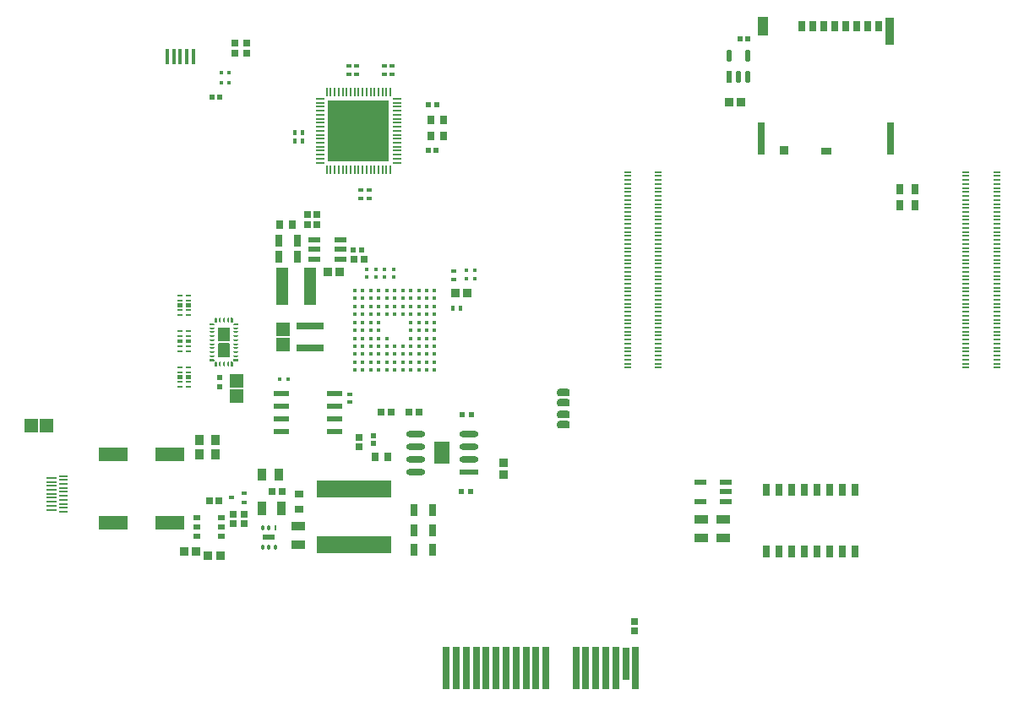
<source format=gtp>
G04*
G04 #@! TF.GenerationSoftware,Altium Limited,Altium Designer,21.6.4 (81)*
G04*
G04 Layer_Color=8421504*
%FSLAX44Y44*%
%MOMM*%
G71*
G04*
G04 #@! TF.SameCoordinates,E15A89DD-22D2-431C-B3A5-9EEC7F9F13BC*
G04*
G04*
G04 #@! TF.FilePolarity,Positive*
G04*
G01*
G75*
%ADD22R,1.6123X2.2523*%
%ADD23R,1.2154X0.6154*%
%ADD24R,0.7600X1.2500*%
%ADD25R,0.5000X0.4000*%
%ADD26R,0.7500X1.0000*%
%ADD27R,0.9000X0.8000*%
%ADD28R,0.5100X0.4000*%
%ADD29R,1.1500X0.6000*%
%ADD30R,1.4000X0.9500*%
%ADD31R,0.5500X0.5500*%
%ADD32R,2.8500X1.4000*%
%ADD33R,0.9582X1.0061*%
%ADD34R,1.4562X1.3781*%
%ADD35R,1.3781X1.4562*%
%ADD36C,0.1800*%
G04:AMPARAMS|DCode=37|XSize=0.2mm|YSize=0.5mm|CornerRadius=0.05mm|HoleSize=0mm|Usage=FLASHONLY|Rotation=180.000|XOffset=0mm|YOffset=0mm|HoleType=Round|Shape=RoundedRectangle|*
%AMROUNDEDRECTD37*
21,1,0.2000,0.4000,0,0,180.0*
21,1,0.1000,0.5000,0,0,180.0*
1,1,0.1000,-0.0500,0.2000*
1,1,0.1000,0.0500,0.2000*
1,1,0.1000,0.0500,-0.2000*
1,1,0.1000,-0.0500,-0.2000*
%
%ADD37ROUNDEDRECTD37*%
G04:AMPARAMS|DCode=38|XSize=0.5mm|YSize=0.2mm|CornerRadius=0.05mm|HoleSize=0mm|Usage=FLASHONLY|Rotation=180.000|XOffset=0mm|YOffset=0mm|HoleType=Round|Shape=RoundedRectangle|*
%AMROUNDEDRECTD38*
21,1,0.5000,0.1000,0,0,180.0*
21,1,0.4000,0.2000,0,0,180.0*
1,1,0.1000,-0.2000,0.0500*
1,1,0.1000,0.2000,0.0500*
1,1,0.1000,0.2000,-0.0500*
1,1,0.1000,-0.2000,-0.0500*
%
%ADD38ROUNDEDRECTD38*%
G04:AMPARAMS|DCode=39|XSize=0.565mm|YSize=0.2mm|CornerRadius=0.05mm|HoleSize=0mm|Usage=FLASHONLY|Rotation=0.000|XOffset=0mm|YOffset=0mm|HoleType=Round|Shape=RoundedRectangle|*
%AMROUNDEDRECTD39*
21,1,0.5650,0.1000,0,0,0.0*
21,1,0.4650,0.2000,0,0,0.0*
1,1,0.1000,0.2325,-0.0500*
1,1,0.1000,-0.2325,-0.0500*
1,1,0.1000,-0.2325,0.0500*
1,1,0.1000,0.2325,0.0500*
%
%ADD39ROUNDEDRECTD39*%
%ADD40R,1.0000X0.2300*%
%ADD41R,0.8500X0.2300*%
%ADD42R,0.7000X0.6500*%
%ADD43R,1.5500X0.6000*%
%ADD44R,0.7000X0.2000*%
G04:AMPARAMS|DCode=45|XSize=0.762mm|YSize=1.27mm|CornerRadius=0.1905mm|HoleSize=0mm|Usage=FLASHONLY|Rotation=90.000|XOffset=0mm|YOffset=0mm|HoleType=Round|Shape=RoundedRectangle|*
%AMROUNDEDRECTD45*
21,1,0.7620,0.8890,0,0,90.0*
21,1,0.3810,1.2700,0,0,90.0*
1,1,0.3810,0.4445,0.1905*
1,1,0.3810,0.4445,-0.1905*
1,1,0.3810,-0.4445,-0.1905*
1,1,0.3810,-0.4445,0.1905*
%
%ADD45ROUNDEDRECTD45*%
%ADD46R,0.9000X0.9300*%
%ADD47R,1.0500X0.7800*%
%ADD48R,1.1400X1.8300*%
%ADD49R,0.7000X3.3000*%
%ADD50R,0.8600X2.8000*%
%ADD51R,0.7000X1.1000*%
%ADD52R,0.8000X0.5500*%
G04:AMPARAMS|DCode=53|XSize=1.2196mm|YSize=0.5885mm|CornerRadius=0.2942mm|HoleSize=0mm|Usage=FLASHONLY|Rotation=90.000|XOffset=0mm|YOffset=0mm|HoleType=Round|Shape=RoundedRectangle|*
%AMROUNDEDRECTD53*
21,1,1.2196,0.0000,0,0,90.0*
21,1,0.6311,0.5885,0,0,90.0*
1,1,0.5885,0.0000,0.3156*
1,1,0.5885,0.0000,-0.3156*
1,1,0.5885,0.0000,-0.3156*
1,1,0.5885,0.0000,0.3156*
%
%ADD53ROUNDEDRECTD53*%
%ADD54R,0.5885X1.2196*%
%ADD55R,0.5153X0.4725*%
%ADD56R,0.9051X0.9062*%
%ADD57C,0.4500*%
%ADD58R,2.7000X0.8000*%
%ADD59O,0.2000X0.9500*%
%ADD60O,0.9500X0.2000*%
%ADD61R,0.4500X0.4500*%
%ADD62R,0.4000X0.5000*%
%ADD63R,0.9500X1.4500*%
%ADD64R,0.4500X0.4500*%
%ADD65R,0.7200X0.7200*%
%ADD66R,0.2925X0.5561*%
%ADD67R,0.7112X4.1910*%
%ADD68R,0.6500X0.6500*%
G04:AMPARAMS|DCode=69|XSize=0.5561mm|YSize=0.2925mm|CornerRadius=0.1462mm|HoleSize=0mm|Usage=FLASHONLY|Rotation=270.000|XOffset=0mm|YOffset=0mm|HoleType=Round|Shape=RoundedRectangle|*
%AMROUNDEDRECTD69*
21,1,0.5561,0.0000,0,0,270.0*
21,1,0.2636,0.2925,0,0,270.0*
1,1,0.2925,0.0000,-0.1318*
1,1,0.2925,0.0000,0.1318*
1,1,0.2925,0.0000,0.1318*
1,1,0.2925,0.0000,-0.1318*
%
%ADD69ROUNDEDRECTD69*%
%ADD70R,7.5000X1.8000*%
%ADD71R,0.7000X1.3000*%
%ADD72R,0.9062X0.9051*%
G04:AMPARAMS|DCode=73|XSize=1.9296mm|YSize=0.6121mm|CornerRadius=0.3061mm|HoleSize=0mm|Usage=FLASHONLY|Rotation=180.000|XOffset=0mm|YOffset=0mm|HoleType=Round|Shape=RoundedRectangle|*
%AMROUNDEDRECTD73*
21,1,1.9296,0.0000,0,0,180.0*
21,1,1.3175,0.6121,0,0,180.0*
1,1,0.6121,-0.6588,0.0000*
1,1,0.6121,0.6588,0.0000*
1,1,0.6121,0.6588,0.0000*
1,1,0.6121,-0.6588,0.0000*
%
%ADD73ROUNDEDRECTD73*%
%ADD74R,0.4000X1.5000*%
%ADD75R,0.6500X0.7000*%
%ADD76R,0.8000X0.9000*%
%ADD77R,0.5200X0.5200*%
G04:AMPARAMS|DCode=78|XSize=0.55mm|YSize=0.5mm|CornerRadius=0.0625mm|HoleSize=0mm|Usage=FLASHONLY|Rotation=270.000|XOffset=0mm|YOffset=0mm|HoleType=Round|Shape=RoundedRectangle|*
%AMROUNDEDRECTD78*
21,1,0.5500,0.3750,0,0,270.0*
21,1,0.4250,0.5000,0,0,270.0*
1,1,0.1250,-0.1875,-0.2125*
1,1,0.1250,-0.1875,0.2125*
1,1,0.1250,0.1875,0.2125*
1,1,0.1250,0.1875,-0.2125*
%
%ADD78ROUNDEDRECTD78*%
%ADD79R,0.6682X0.6725*%
%ADD80R,6.2000X6.2000*%
%ADD81R,0.6000X0.5500*%
%ADD82R,0.7581X0.8121*%
%ADD83R,0.7121X0.7811*%
%ADD84R,0.8065X1.3082*%
%ADD85R,1.9296X0.6121*%
%ADD86R,0.4725X0.4682*%
%ADD87R,0.7500X0.9000*%
%ADD88R,1.2000X3.7000*%
%ADD89R,0.7112X3.3000*%
G36*
X200783Y355724D02*
X200924Y355583D01*
X201000Y355399D01*
Y355300D01*
Y352700D01*
Y352601D01*
X200924Y352417D01*
X200783Y352276D01*
X200599Y352200D01*
X195751D01*
X195567Y352276D01*
X195426Y352417D01*
X195350Y352601D01*
Y352700D01*
Y355300D01*
Y355399D01*
X195426Y355583D01*
X195567Y355724D01*
X195751Y355800D01*
X200599D01*
X200783Y355724D01*
D02*
G37*
G36*
X192433D02*
X192574Y355583D01*
X192650Y355399D01*
Y355300D01*
Y352700D01*
Y352601D01*
X192574Y352417D01*
X192433Y352276D01*
X192249Y352200D01*
X187400D01*
X187217Y352276D01*
X187076Y352417D01*
X187000Y352601D01*
Y352700D01*
Y355300D01*
Y355399D01*
X187076Y355583D01*
X187217Y355724D01*
X187400Y355800D01*
X192249D01*
X192433Y355724D01*
D02*
G37*
G36*
X242533Y341424D02*
X242674Y341283D01*
X242750Y341099D01*
X242750Y341000D01*
X242750Y341000D01*
Y337400D01*
X241850Y336500D01*
X241150D01*
X240967Y336576D01*
X240826Y336717D01*
X240750Y336900D01*
Y337000D01*
Y337000D01*
X240750Y341000D01*
X240750Y341099D01*
X240826Y341283D01*
X240967Y341424D01*
X241151Y341500D01*
X241250D01*
X241250Y341500D01*
X242250Y341500D01*
X242349Y341500D01*
X242533Y341424D01*
D02*
G37*
G36*
X225250Y341500D02*
X226250Y341500D01*
Y341500D01*
X226349D01*
X226533Y341424D01*
X226674Y341283D01*
X226750Y341099D01*
X226750Y341000D01*
Y337000D01*
X226750Y337000D01*
Y336900D01*
X226674Y336717D01*
X226533Y336576D01*
X226349Y336500D01*
X225650D01*
X224750Y337400D01*
Y341000D01*
X224750Y341099D01*
X224826Y341283D01*
X224967Y341424D01*
X225151Y341500D01*
X225250Y341500D01*
D02*
G37*
G36*
X248033Y335924D02*
X248174Y335783D01*
X248250Y335600D01*
X248250Y335500D01*
X248250Y334500D01*
X248250Y334500D01*
Y334401D01*
X248174Y334217D01*
X248033Y334076D01*
X247849Y334000D01*
X247750Y334000D01*
X243750D01*
X243750Y334000D01*
X243650D01*
X243467Y334076D01*
X243326Y334217D01*
X243250Y334401D01*
Y334500D01*
Y335100D01*
X244150Y336000D01*
X247750D01*
X247849Y336000D01*
X248033Y335924D01*
D02*
G37*
G36*
X219750Y336000D02*
X223350D01*
X224250Y335100D01*
X224250Y334500D01*
Y334401D01*
X224174Y334217D01*
X224033Y334076D01*
X223849Y334000D01*
X223750D01*
Y334000D01*
X219750D01*
X219651Y334000D01*
X219467Y334076D01*
X219326Y334217D01*
X219250Y334401D01*
Y334500D01*
Y334500D01*
X219250Y335500D01*
X219250Y335600D01*
X219326Y335783D01*
X219467Y335924D01*
X219650Y336000D01*
X219750Y336000D01*
D02*
G37*
G36*
X239183Y331874D02*
X239324Y331733D01*
X239400Y331549D01*
Y331450D01*
Y318550D01*
Y318451D01*
X239324Y318267D01*
X239183Y318126D01*
X238999Y318050D01*
X228500D01*
X228317Y318126D01*
X228176Y318267D01*
X228100Y318451D01*
Y318550D01*
Y331450D01*
Y331549D01*
X228176Y331733D01*
X228317Y331874D01*
X228500Y331950D01*
X238999D01*
X239183Y331874D01*
D02*
G37*
G36*
X200783Y319724D02*
X200924Y319583D01*
X201000Y319399D01*
Y319300D01*
Y316700D01*
Y316600D01*
X200924Y316417D01*
X200783Y316276D01*
X200599Y316200D01*
X195751D01*
X195567Y316276D01*
X195426Y316417D01*
X195350Y316600D01*
Y316700D01*
Y319300D01*
Y319399D01*
X195426Y319583D01*
X195567Y319724D01*
X195751Y319800D01*
X200599D01*
X200783Y319724D01*
D02*
G37*
G36*
X192433D02*
X192574Y319583D01*
X192650Y319399D01*
Y319300D01*
Y316700D01*
Y316600D01*
X192574Y316417D01*
X192433Y316276D01*
X192249Y316200D01*
X187400D01*
X187217Y316276D01*
X187076Y316417D01*
X187000Y316600D01*
Y316700D01*
Y319300D01*
Y319399D01*
X187076Y319583D01*
X187217Y319724D01*
X187400Y319800D01*
X192249D01*
X192433Y319724D01*
D02*
G37*
G36*
X239183Y315874D02*
X239324Y315733D01*
X239400Y315549D01*
Y315450D01*
Y302550D01*
Y302451D01*
X239324Y302267D01*
X239183Y302126D01*
X238999Y302050D01*
X228500D01*
X228317Y302126D01*
X228176Y302267D01*
X228100Y302451D01*
Y302550D01*
Y315450D01*
Y315549D01*
X228176Y315733D01*
X228317Y315874D01*
X228500Y315950D01*
X238999D01*
X239183Y315874D01*
D02*
G37*
G36*
X247750Y300000D02*
X247849Y300000D01*
X248033Y299924D01*
X248174Y299783D01*
X248250Y299599D01*
Y299500D01*
X248250D01*
X248250Y298500D01*
X248250Y298400D01*
X248174Y298217D01*
X248033Y298076D01*
X247849Y298000D01*
X247750Y298000D01*
X247750Y298000D01*
X244150D01*
X243250Y298900D01*
Y299500D01*
Y299599D01*
X243326Y299783D01*
X243467Y299924D01*
X243650Y300000D01*
X243750D01*
X243750Y300000D01*
X247750Y300000D01*
D02*
G37*
G36*
X223750Y300000D02*
X223849D01*
X224033Y299924D01*
X224174Y299783D01*
X224250Y299599D01*
Y299500D01*
X224250Y298900D01*
X223350Y298000D01*
X219750D01*
Y298000D01*
X219650Y298000D01*
X219467Y298076D01*
X219326Y298217D01*
X219250Y298400D01*
X219250Y298500D01*
X219250Y299500D01*
Y299599D01*
X219326Y299783D01*
X219467Y299924D01*
X219651Y300000D01*
X219750Y300000D01*
X223750Y300000D01*
Y300000D01*
D02*
G37*
G36*
X242750Y296600D02*
Y293000D01*
X242750D01*
X242750Y292901D01*
X242674Y292717D01*
X242533Y292576D01*
X242349Y292500D01*
X242250Y292500D01*
X241250Y292500D01*
X241250Y292500D01*
X241151D01*
X240967Y292576D01*
X240826Y292717D01*
X240750Y292901D01*
X240750Y293000D01*
X240750Y297000D01*
Y297099D01*
X240826Y297283D01*
X240967Y297424D01*
X241150Y297500D01*
X241250D01*
X241850Y297500D01*
X242750Y296600D01*
D02*
G37*
G36*
X226250Y297500D02*
X226349D01*
X226533Y297424D01*
X226674Y297283D01*
X226750Y297099D01*
Y297000D01*
X226750D01*
Y293000D01*
X226750Y292901D01*
X226674Y292717D01*
X226533Y292576D01*
X226349Y292500D01*
X226250D01*
X225250Y292500D01*
X225151Y292500D01*
X224967Y292576D01*
X224826Y292717D01*
X224750Y292901D01*
X224750Y293000D01*
Y296600D01*
X225650Y297500D01*
X226250Y297500D01*
D02*
G37*
G36*
X200783Y283724D02*
X200924Y283583D01*
X201000Y283399D01*
Y283300D01*
Y280700D01*
Y280600D01*
X200924Y280417D01*
X200783Y280276D01*
X200599Y280200D01*
X195751D01*
X195567Y280276D01*
X195426Y280417D01*
X195350Y280600D01*
Y280700D01*
Y283300D01*
Y283399D01*
X195426Y283583D01*
X195567Y283724D01*
X195751Y283800D01*
X200599D01*
X200783Y283724D01*
D02*
G37*
G36*
X192433D02*
X192574Y283583D01*
X192650Y283399D01*
Y283300D01*
Y280700D01*
Y280600D01*
X192574Y280417D01*
X192433Y280276D01*
X192249Y280200D01*
X187400D01*
X187217Y280276D01*
X187076Y280417D01*
X187000Y280600D01*
Y280700D01*
Y283300D01*
Y283399D01*
X187076Y283583D01*
X187217Y283724D01*
X187400Y283800D01*
X192249D01*
X192433Y283724D01*
D02*
G37*
G54D22*
X452587Y206051D02*
D03*
G54D23*
X279000Y121220D02*
D03*
G54D24*
X866450Y107250D02*
D03*
X853750D02*
D03*
X841050D02*
D03*
X828350D02*
D03*
X815650D02*
D03*
X802950D02*
D03*
X790250D02*
D03*
X777550D02*
D03*
Y168750D02*
D03*
X790250D02*
D03*
X802950D02*
D03*
X815650D02*
D03*
X828350D02*
D03*
X841050D02*
D03*
X853750D02*
D03*
X866450D02*
D03*
G54D25*
X358885Y594000D02*
D03*
Y586000D02*
D03*
X366614Y594000D02*
D03*
Y586000D02*
D03*
X402500Y586000D02*
D03*
Y594000D02*
D03*
X395000Y586000D02*
D03*
Y594000D02*
D03*
X464000Y380000D02*
D03*
X360000Y265000D02*
D03*
X464000Y388000D02*
D03*
X360000Y257000D02*
D03*
X379000Y461250D02*
D03*
Y469250D02*
D03*
X370750Y461250D02*
D03*
Y469250D02*
D03*
G54D26*
X926250Y470250D02*
D03*
X911250D02*
D03*
X926250Y454250D02*
D03*
X911250D02*
D03*
G54D27*
X308750Y149750D02*
D03*
Y164750D02*
D03*
G54D28*
X254500Y156000D02*
D03*
X241500Y161000D02*
D03*
X254500Y166000D02*
D03*
G54D29*
X737000Y157500D02*
D03*
Y167000D02*
D03*
Y176500D02*
D03*
X711000D02*
D03*
Y157500D02*
D03*
X350500Y400500D02*
D03*
Y410000D02*
D03*
X324500D02*
D03*
X350500Y419500D02*
D03*
X324500Y400500D02*
D03*
Y419500D02*
D03*
G54D30*
X712000Y120750D02*
D03*
Y139250D02*
D03*
X734000Y120750D02*
D03*
Y139250D02*
D03*
X308000Y113750D02*
D03*
Y132250D02*
D03*
G54D31*
X229750Y281500D02*
D03*
Y272500D02*
D03*
G54D32*
X179500Y136000D02*
D03*
X122500D02*
D03*
Y205000D02*
D03*
X179500D02*
D03*
G54D33*
X225000Y219261D02*
D03*
Y204739D02*
D03*
X209000Y219261D02*
D03*
Y204739D02*
D03*
G54D34*
X246750Y262609D02*
D03*
Y277891D02*
D03*
X293250Y314859D02*
D03*
Y330141D02*
D03*
G54D35*
X56031Y233500D02*
D03*
X40750D02*
D03*
G54D36*
X221750Y335000D02*
D03*
Y299000D02*
D03*
X245750Y335000D02*
D03*
Y299000D02*
D03*
X225750Y339000D02*
D03*
X241750D02*
D03*
X225750Y295000D02*
D03*
X241750D02*
D03*
G54D37*
X237750D02*
D03*
X233750D02*
D03*
X229750D02*
D03*
Y339000D02*
D03*
X233750D02*
D03*
X237750D02*
D03*
G54D38*
X221750Y303000D02*
D03*
Y307000D02*
D03*
Y311000D02*
D03*
Y315000D02*
D03*
Y319000D02*
D03*
Y323000D02*
D03*
Y327000D02*
D03*
Y331000D02*
D03*
X245750D02*
D03*
Y327000D02*
D03*
Y323000D02*
D03*
Y319000D02*
D03*
Y315000D02*
D03*
Y311000D02*
D03*
Y307000D02*
D03*
Y303000D02*
D03*
G54D39*
X189825Y323000D02*
D03*
X198175D02*
D03*
X189825Y328000D02*
D03*
X198175D02*
D03*
X189825Y308000D02*
D03*
X198175D02*
D03*
X189825Y313000D02*
D03*
X198175D02*
D03*
X189825Y344000D02*
D03*
X198175D02*
D03*
Y349000D02*
D03*
X189825D02*
D03*
X198175Y292000D02*
D03*
X189825D02*
D03*
X198175Y287000D02*
D03*
X189825D02*
D03*
Y364000D02*
D03*
X198175D02*
D03*
Y359000D02*
D03*
X189825D02*
D03*
X198175Y272000D02*
D03*
X189825D02*
D03*
X198175Y277000D02*
D03*
X189825D02*
D03*
G54D40*
X61000Y181000D02*
D03*
Y177000D02*
D03*
Y173000D02*
D03*
Y169000D02*
D03*
Y165000D02*
D03*
Y161000D02*
D03*
Y157000D02*
D03*
Y153000D02*
D03*
Y149000D02*
D03*
G54D41*
X73250Y183000D02*
D03*
Y179000D02*
D03*
Y175000D02*
D03*
Y171000D02*
D03*
Y167000D02*
D03*
Y163000D02*
D03*
Y159000D02*
D03*
Y155000D02*
D03*
Y151000D02*
D03*
Y147000D02*
D03*
G54D42*
X228750Y158000D02*
D03*
X219250D02*
D03*
X327250Y445000D02*
D03*
Y435000D02*
D03*
X317750D02*
D03*
Y445000D02*
D03*
G54D43*
X345000Y252700D02*
D03*
Y227300D02*
D03*
Y240000D02*
D03*
X291000Y227300D02*
D03*
Y240000D02*
D03*
Y265400D02*
D03*
Y252700D02*
D03*
X345000Y265400D02*
D03*
G54D44*
X1008115Y291591D02*
D03*
X977315D02*
D03*
X1008115Y295591D02*
D03*
X977315D02*
D03*
X1008115Y299591D02*
D03*
X977315D02*
D03*
X1008115Y303591D02*
D03*
X977315D02*
D03*
X1008115Y307591D02*
D03*
X977315D02*
D03*
X1008115Y311591D02*
D03*
X977315D02*
D03*
X1008115Y315591D02*
D03*
X977315D02*
D03*
X1008115Y319591D02*
D03*
X977315D02*
D03*
X1008115Y323591D02*
D03*
X977315D02*
D03*
X1008115Y327591D02*
D03*
X977315D02*
D03*
X1008115Y331591D02*
D03*
X977315D02*
D03*
X1008115Y335591D02*
D03*
X977315D02*
D03*
X1008115Y339591D02*
D03*
X977315D02*
D03*
X1008115Y343591D02*
D03*
X977315D02*
D03*
X1008115Y347591D02*
D03*
X977315D02*
D03*
X1008115Y351591D02*
D03*
X977315D02*
D03*
X1008115Y355591D02*
D03*
X977315D02*
D03*
X1008115Y359591D02*
D03*
X977315D02*
D03*
X1008115Y363591D02*
D03*
X977315D02*
D03*
X1008115Y367591D02*
D03*
X977315D02*
D03*
X1008115Y371591D02*
D03*
X977315D02*
D03*
X1008115Y375591D02*
D03*
X977315D02*
D03*
X1008115Y379591D02*
D03*
X977315D02*
D03*
X1008115Y383591D02*
D03*
X977315D02*
D03*
X1008115Y387591D02*
D03*
X977315D02*
D03*
X1008115Y391591D02*
D03*
X977315D02*
D03*
X1008115Y395591D02*
D03*
X977315D02*
D03*
X1008115Y399591D02*
D03*
X977315D02*
D03*
X1008115Y403591D02*
D03*
X977315D02*
D03*
X1008115Y407591D02*
D03*
X977315D02*
D03*
X1008115Y411591D02*
D03*
X977315D02*
D03*
X1008115Y415591D02*
D03*
X977315D02*
D03*
X1008115Y419591D02*
D03*
X977315D02*
D03*
X1008115Y423591D02*
D03*
X977315D02*
D03*
X1008115Y427591D02*
D03*
X977315D02*
D03*
X1008115Y431591D02*
D03*
X977315D02*
D03*
X1008115Y435591D02*
D03*
X977315D02*
D03*
X1008115Y439591D02*
D03*
X977315D02*
D03*
X1008115Y443591D02*
D03*
X977315D02*
D03*
X1008115Y447591D02*
D03*
X977315D02*
D03*
X1008115Y451591D02*
D03*
X977315D02*
D03*
X1008115Y455591D02*
D03*
X977315D02*
D03*
X1008115Y459591D02*
D03*
X977315D02*
D03*
X1008115Y463591D02*
D03*
X977315D02*
D03*
X1008115Y467591D02*
D03*
X977315D02*
D03*
X1008115Y471591D02*
D03*
X977315D02*
D03*
X1008115Y475591D02*
D03*
X977315D02*
D03*
X1008115Y479591D02*
D03*
X977315D02*
D03*
X1008115Y483591D02*
D03*
X977315D02*
D03*
X1008115Y487591D02*
D03*
X977315D02*
D03*
X668915Y291591D02*
D03*
X638115D02*
D03*
X668915Y295591D02*
D03*
X638115D02*
D03*
X668915Y299591D02*
D03*
X638115D02*
D03*
X668915Y303591D02*
D03*
X638115D02*
D03*
X668915Y307591D02*
D03*
X638115D02*
D03*
X668915Y311591D02*
D03*
X638115D02*
D03*
X668915Y315591D02*
D03*
X638115D02*
D03*
X668915Y319591D02*
D03*
X638115D02*
D03*
X668915Y323591D02*
D03*
X638115D02*
D03*
X668915Y327591D02*
D03*
X638115D02*
D03*
X668915Y331591D02*
D03*
X638115D02*
D03*
X668915Y335591D02*
D03*
X638115D02*
D03*
X668915Y339591D02*
D03*
X638115D02*
D03*
X668915Y343591D02*
D03*
X638115D02*
D03*
X668915Y347591D02*
D03*
X638115D02*
D03*
X668915Y351591D02*
D03*
X638115D02*
D03*
X668915Y355591D02*
D03*
X638115D02*
D03*
X668915Y359591D02*
D03*
X638115D02*
D03*
X668915Y363591D02*
D03*
X638115D02*
D03*
X668915Y367591D02*
D03*
X638115D02*
D03*
X668915Y371591D02*
D03*
X638115D02*
D03*
X668915Y375591D02*
D03*
X638115D02*
D03*
X668915Y379591D02*
D03*
X638115D02*
D03*
X668915Y383591D02*
D03*
X638115D02*
D03*
X668915Y387591D02*
D03*
X638115D02*
D03*
X668915Y391591D02*
D03*
X638115D02*
D03*
X668915Y395591D02*
D03*
X638115D02*
D03*
X668915Y399591D02*
D03*
X638115D02*
D03*
X668915Y403591D02*
D03*
X638115D02*
D03*
X668915Y407591D02*
D03*
X638115D02*
D03*
X668915Y411591D02*
D03*
X638115D02*
D03*
X668915Y415591D02*
D03*
X638115D02*
D03*
X668915Y419591D02*
D03*
X638115D02*
D03*
X668915Y423591D02*
D03*
X638115D02*
D03*
X668915Y427591D02*
D03*
X638115D02*
D03*
X668915Y431591D02*
D03*
X638115D02*
D03*
X668915Y435591D02*
D03*
X638115D02*
D03*
X668915Y439591D02*
D03*
X638115D02*
D03*
X668915Y443591D02*
D03*
X638115D02*
D03*
X668915Y447591D02*
D03*
X638115D02*
D03*
X668915Y451591D02*
D03*
X638115D02*
D03*
X668915Y455591D02*
D03*
X638115D02*
D03*
X668915Y459591D02*
D03*
X638115D02*
D03*
X668915Y463591D02*
D03*
X638115D02*
D03*
X668915Y467591D02*
D03*
X638115D02*
D03*
X668915Y471591D02*
D03*
X638115D02*
D03*
X668915Y475591D02*
D03*
X638115D02*
D03*
X668915Y479591D02*
D03*
X638115D02*
D03*
X668915Y483591D02*
D03*
X638115D02*
D03*
X668915Y487591D02*
D03*
X638115D02*
D03*
G54D45*
X574000Y234000D02*
D03*
Y244000D02*
D03*
Y256000D02*
D03*
Y266000D02*
D03*
G54D46*
X795100Y509350D02*
D03*
G54D47*
X837750Y508600D02*
D03*
G54D48*
X774200Y633850D02*
D03*
G54D49*
X772000Y521200D02*
D03*
X901600D02*
D03*
G54D50*
X900800Y629000D02*
D03*
G54D51*
X813000Y634000D02*
D03*
X824000D02*
D03*
X835000D02*
D03*
X846000D02*
D03*
X857000D02*
D03*
X868000D02*
D03*
X879000D02*
D03*
X890000D02*
D03*
G54D52*
X231000Y122500D02*
D03*
Y132000D02*
D03*
Y141500D02*
D03*
X207000D02*
D03*
Y132000D02*
D03*
Y122500D02*
D03*
G54D53*
X740210Y603865D02*
D03*
X759000D02*
D03*
Y583000D02*
D03*
X749605D02*
D03*
G54D54*
X740210D02*
D03*
G54D55*
X751214Y621000D02*
D03*
X758786D02*
D03*
G54D56*
X739994Y558000D02*
D03*
X752006D02*
D03*
X465994Y366000D02*
D03*
X337989Y387500D02*
D03*
X230006Y103000D02*
D03*
X206006Y107000D02*
D03*
X478006Y366000D02*
D03*
X350000Y387500D02*
D03*
X193994Y107000D02*
D03*
X217994Y103000D02*
D03*
G54D57*
X381000Y337000D02*
D03*
X397000Y345000D02*
D03*
X421000Y337000D02*
D03*
X389000Y321000D02*
D03*
X373000Y369000D02*
D03*
Y353000D02*
D03*
X381000D02*
D03*
X373000Y361000D02*
D03*
X429000Y337000D02*
D03*
X437000Y345000D02*
D03*
X429000D02*
D03*
X445000Y353000D02*
D03*
X381000Y329000D02*
D03*
X373000D02*
D03*
X445000Y345000D02*
D03*
Y313000D02*
D03*
X421000Y369000D02*
D03*
X389000D02*
D03*
X397000Y353000D02*
D03*
X389000Y361000D02*
D03*
X421000Y345000D02*
D03*
X405000Y345000D02*
D03*
X421000Y329000D02*
D03*
X397000Y321000D02*
D03*
X389000Y345000D02*
D03*
X389000Y329000D02*
D03*
X421000Y313000D02*
D03*
X413000Y313000D02*
D03*
X413000Y305000D02*
D03*
X389000Y313000D02*
D03*
X397000Y305000D02*
D03*
X381000Y345000D02*
D03*
X373000D02*
D03*
Y337000D02*
D03*
X365000Y345000D02*
D03*
Y313000D02*
D03*
X365000Y337000D02*
D03*
X405000Y297000D02*
D03*
X421000Y289000D02*
D03*
X405000Y289000D02*
D03*
X389000Y297000D02*
D03*
Y289000D02*
D03*
X421000Y305000D02*
D03*
X389000Y337000D02*
D03*
X413000Y345000D02*
D03*
X421000Y321000D02*
D03*
X365000Y361000D02*
D03*
Y353000D02*
D03*
X445000Y305000D02*
D03*
X429000Y313000D02*
D03*
X437000D02*
D03*
X405000Y305000D02*
D03*
X437000Y361000D02*
D03*
X429000D02*
D03*
X381000D02*
D03*
X429000Y369000D02*
D03*
X421000Y353000D02*
D03*
X413000Y369000D02*
D03*
X405000Y361000D02*
D03*
Y353000D02*
D03*
X397000Y369000D02*
D03*
X365000Y329000D02*
D03*
X429000Y321000D02*
D03*
X397000Y361000D02*
D03*
X365000Y297000D02*
D03*
X381000Y305000D02*
D03*
X373000Y297000D02*
D03*
Y289000D02*
D03*
X381000Y297000D02*
D03*
X389000Y305000D02*
D03*
X381000Y289000D02*
D03*
X437000D02*
D03*
Y297000D02*
D03*
X429000Y305000D02*
D03*
X445000Y297000D02*
D03*
X437000Y305000D02*
D03*
X445000Y321000D02*
D03*
X413000Y361000D02*
D03*
X421000D02*
D03*
X429000Y353000D02*
D03*
X437000D02*
D03*
X405000Y313000D02*
D03*
X397000D02*
D03*
X429000Y297000D02*
D03*
X397000D02*
D03*
X397000Y289000D02*
D03*
X413000Y297000D02*
D03*
X413000Y289000D02*
D03*
X389000Y353000D02*
D03*
X421000Y297000D02*
D03*
X445000Y369000D02*
D03*
X445000Y361000D02*
D03*
X445000Y337000D02*
D03*
Y329000D02*
D03*
Y289000D02*
D03*
X437000Y369000D02*
D03*
Y337000D02*
D03*
X437000Y329000D02*
D03*
X437000Y321000D02*
D03*
X429000Y329000D02*
D03*
X429000Y289000D02*
D03*
X413000Y353000D02*
D03*
X405000Y369000D02*
D03*
X381000Y369000D02*
D03*
Y321000D02*
D03*
Y313000D02*
D03*
X373000Y321000D02*
D03*
Y313000D02*
D03*
Y305000D02*
D03*
X365000Y369000D02*
D03*
Y321000D02*
D03*
X365000Y305000D02*
D03*
X365000Y289000D02*
D03*
G54D58*
X320250Y311500D02*
D03*
Y333500D02*
D03*
G54D59*
X392750Y567750D02*
D03*
X368750D02*
D03*
X380750Y490250D02*
D03*
X356750Y567750D02*
D03*
X352750Y490250D02*
D03*
X348750D02*
D03*
X364750D02*
D03*
X360750D02*
D03*
X388750D02*
D03*
X380750Y567750D02*
D03*
X392750Y490250D02*
D03*
X344750Y567750D02*
D03*
X356750Y490250D02*
D03*
X372750Y567750D02*
D03*
X376750D02*
D03*
X340750D02*
D03*
X384750D02*
D03*
X388750D02*
D03*
X348750D02*
D03*
X352750D02*
D03*
X396750D02*
D03*
X400750D02*
D03*
X360750D02*
D03*
X364750D02*
D03*
X384750Y490250D02*
D03*
X340750D02*
D03*
X372750D02*
D03*
X376750D02*
D03*
X336750D02*
D03*
X344750D02*
D03*
X368750D02*
D03*
X396750D02*
D03*
X400750D02*
D03*
X336750Y567750D02*
D03*
G54D60*
X407500Y537000D02*
D03*
X330000Y529000D02*
D03*
Y553000D02*
D03*
Y517000D02*
D03*
X407500Y549000D02*
D03*
Y545000D02*
D03*
Y557000D02*
D03*
Y553000D02*
D03*
Y541000D02*
D03*
X330000Y505000D02*
D03*
Y541000D02*
D03*
X407500Y521000D02*
D03*
Y529000D02*
D03*
Y513000D02*
D03*
Y505000D02*
D03*
Y533000D02*
D03*
X330000Y561000D02*
D03*
Y557000D02*
D03*
Y549000D02*
D03*
Y545000D02*
D03*
Y537000D02*
D03*
Y533000D02*
D03*
Y525000D02*
D03*
Y521000D02*
D03*
Y513000D02*
D03*
Y509000D02*
D03*
Y501000D02*
D03*
Y497000D02*
D03*
X407500D02*
D03*
Y501000D02*
D03*
Y509000D02*
D03*
Y517000D02*
D03*
Y525000D02*
D03*
Y561000D02*
D03*
G54D61*
X485000Y389000D02*
D03*
X395000Y390000D02*
D03*
X377000D02*
D03*
X404000Y382000D02*
D03*
X395000Y382000D02*
D03*
X377000D02*
D03*
X386000Y382000D02*
D03*
X477000Y389000D02*
D03*
X404000Y390000D02*
D03*
X386000D02*
D03*
X485000Y381000D02*
D03*
X477000Y381000D02*
D03*
G54D62*
X463000Y351000D02*
D03*
X471000D02*
D03*
X312500Y519000D02*
D03*
Y527000D02*
D03*
X304500Y519000D02*
D03*
Y527000D02*
D03*
G54D63*
X291750Y150000D02*
D03*
X272250D02*
D03*
G54D64*
X298000Y280000D02*
D03*
X239000Y587500D02*
D03*
X239000Y577500D02*
D03*
X290000Y280000D02*
D03*
X231000Y587500D02*
D03*
X231000Y577500D02*
D03*
G54D65*
X292100Y167250D02*
D03*
X281900D02*
D03*
G54D66*
X285500Y131000D02*
D03*
G54D67*
X526514Y-9906D02*
D03*
X476514D02*
D03*
X466514D02*
D03*
X456514D02*
D03*
X646514D02*
D03*
X596514D02*
D03*
X626514D02*
D03*
X516514D02*
D03*
X486514D02*
D03*
X616514D02*
D03*
X606514D02*
D03*
X556514D02*
D03*
X506514D02*
D03*
X496514D02*
D03*
X586514D02*
D03*
X536514D02*
D03*
X546514D02*
D03*
G54D68*
X391500Y247000D02*
D03*
X374000Y400000D02*
D03*
X364000D02*
D03*
X401500Y247000D02*
D03*
G54D69*
X285500Y111439D02*
D03*
X272500D02*
D03*
Y131000D02*
D03*
X279000Y111439D02*
D03*
Y131000D02*
D03*
G54D70*
X364000Y114000D02*
D03*
Y170000D02*
D03*
G54D71*
X424246Y108769D02*
D03*
Y148769D02*
D03*
Y128769D02*
D03*
X443246Y148769D02*
D03*
Y108769D02*
D03*
Y128769D02*
D03*
X307500Y403000D02*
D03*
Y419000D02*
D03*
X288500Y403000D02*
D03*
Y419000D02*
D03*
G54D72*
X514000Y196512D02*
D03*
Y184500D02*
D03*
G54D73*
X479000Y199700D02*
D03*
Y212400D02*
D03*
X426175Y199700D02*
D03*
X479000Y225100D02*
D03*
X426175Y187000D02*
D03*
Y212400D02*
D03*
Y225100D02*
D03*
G54D74*
X196500Y603050D02*
D03*
X190000D02*
D03*
X177000D02*
D03*
X203000D02*
D03*
X183500D02*
D03*
G54D75*
X245000Y607000D02*
D03*
X256500D02*
D03*
X245000Y616500D02*
D03*
X256500D02*
D03*
X645000Y27750D02*
D03*
X243000Y135250D02*
D03*
Y144750D02*
D03*
X645000Y37250D02*
D03*
X254000Y135250D02*
D03*
Y144750D02*
D03*
G54D76*
X441514Y523776D02*
D03*
X454014Y540276D02*
D03*
X441514D02*
D03*
X454014Y523776D02*
D03*
G54D77*
X446764Y554776D02*
D03*
X446264Y509026D02*
D03*
X229750Y563000D02*
D03*
X221750D02*
D03*
X438764Y554776D02*
D03*
X438264Y509026D02*
D03*
G54D78*
X472500Y244500D02*
D03*
X481500D02*
D03*
X481000Y167000D02*
D03*
X472000D02*
D03*
G54D79*
X429022Y247000D02*
D03*
X418979D02*
D03*
G54D80*
X368750Y529000D02*
D03*
G54D81*
X371750Y409750D02*
D03*
X363250D02*
D03*
G54D82*
X397770Y202000D02*
D03*
X385230D02*
D03*
G54D83*
X369000Y212345D02*
D03*
Y221655D02*
D03*
G54D84*
X288509Y184000D02*
D03*
X271491D02*
D03*
G54D85*
X479000Y187000D02*
D03*
G54D86*
X384000Y223521D02*
D03*
Y215479D02*
D03*
G54D87*
X290000Y435000D02*
D03*
X302000D02*
D03*
G54D88*
X292000Y373000D02*
D03*
X320000D02*
D03*
G54D89*
X636514Y-5406D02*
D03*
M02*

</source>
